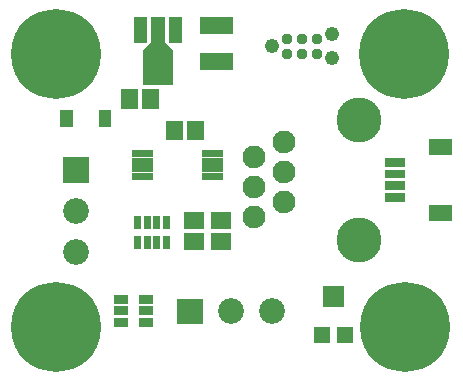
<source format=gbr>
G04 start of page 7 for group -4063 idx -4063 *
G04 Title: (unknown), componentmask *
G04 Creator: pcb 20140316 *
G04 CreationDate: Fri 27 Apr 2018 02:04:58 AM GMT UTC *
G04 For: petersen *
G04 Format: Gerber/RS-274X *
G04 PCB-Dimensions (mil): 1500.00 1250.00 *
G04 PCB-Coordinate-Origin: lower left *
%MOIN*%
%FSLAX25Y25*%
%LNTOPMASK*%
%ADD78R,0.0532X0.0532*%
%ADD77R,0.0296X0.0296*%
%ADD76R,0.0690X0.0690*%
%ADD75R,0.0530X0.0530*%
%ADD74R,0.0300X0.0300*%
%ADD73R,0.0230X0.0230*%
%ADD72R,0.0227X0.0227*%
%ADD71C,0.0370*%
%ADD70R,0.1005X0.1005*%
%ADD69R,0.0438X0.0438*%
%ADD68R,0.0420X0.0420*%
%ADD67R,0.0572X0.0572*%
%ADD66C,0.0490*%
%ADD65C,0.0860*%
%ADD64C,0.0001*%
%ADD63C,0.1500*%
%ADD62C,0.0760*%
%ADD61C,0.2997*%
G54D61*X133500Y17000D03*
G54D62*X83000Y53500D03*
G54D63*X118000Y46000D03*
G54D64*G36*
X57255Y26473D02*Y17873D01*
X65855D01*
Y26473D01*
X57255D01*
G37*
G54D65*X75335Y22173D03*
X89114D03*
G54D61*X133000Y108000D03*
G54D66*X89000Y110500D03*
X109000Y114500D03*
Y106500D03*
G54D63*X118000Y86000D03*
G54D61*X17000Y17000D03*
Y108000D03*
G54D64*G36*
X19373Y73745D02*Y65145D01*
X27973D01*
Y73745D01*
X19373D01*
G37*
G54D65*X23673Y55665D03*
Y41886D03*
G54D62*X93000Y58500D03*
X83000Y63500D03*
Y73500D03*
X93000Y68500D03*
Y78500D03*
G54D67*X63543Y82893D02*Y82107D01*
X67745Y117405D02*X73255D01*
X67745Y105595D02*X73255D01*
X56457Y82893D02*Y82107D01*
G54D68*X20500Y87100D02*Y85900D01*
X33400Y87100D02*Y85900D01*
G54D67*X41457Y93393D02*Y92607D01*
X48543Y93393D02*Y92607D01*
G54D69*X56906Y117984D02*Y113890D01*
X51000Y117984D02*Y106174D01*
G54D70*Y104440D02*Y102550D01*
G54D64*G36*
X52885Y112429D02*X56149Y109165D01*
X54305Y107321D01*
X51041Y110585D01*
X52885Y112429D01*
G37*
G36*
X45851Y109165D02*X49115Y112429D01*
X50959Y110585D01*
X47695Y107321D01*
X45851Y109165D01*
G37*
G54D69*X45094Y117984D02*Y113890D01*
G54D71*X94000Y108000D03*
X99000D03*
X104000D03*
X94000Y113000D03*
X99000D03*
X104000D03*
G54D72*X47425Y52783D02*Y50913D01*
X44276Y52783D02*Y50913D01*
Y46087D02*Y44217D01*
X47425Y46087D02*Y44217D01*
X50575Y46087D02*Y44217D01*
X53724Y52783D02*Y50913D01*
X50575Y52783D02*Y50913D01*
G54D67*X62607Y52543D02*X63393D01*
X71607D02*X72393D01*
G54D72*X53724Y46087D02*Y44217D01*
G54D67*X62607Y45457D02*X63393D01*
X71607D02*X72393D01*
G54D73*X43583Y74838D02*X48189D01*
X43583Y72279D02*X48189D01*
X43583Y69721D02*X48189D01*
X43583Y67162D02*X48189D01*
X66811D02*X71417D01*
X66811Y69721D02*X71417D01*
X66811Y72279D02*X71417D01*
X66811Y74838D02*X71417D01*
G54D74*X46200Y18500D02*X47800D01*
X46200Y22400D02*X47800D01*
X46200Y26300D02*X47800D01*
X38000D02*X39600D01*
X38000Y22400D02*X39600D01*
X38000Y18500D02*X39600D01*
G54D75*X105599Y14450D02*X105600D01*
X113400D02*X113401D01*
G54D76*X109500Y27250D02*X109501D01*
G54D77*X128130Y60094D02*X131870D01*
X128130Y64031D02*X131870D01*
X128130Y67969D02*X131870D01*
X128130Y71906D02*X131870D01*
G54D78*X144075Y54976D02*X146437D01*
X144075Y77024D02*X146437D01*
M02*

</source>
